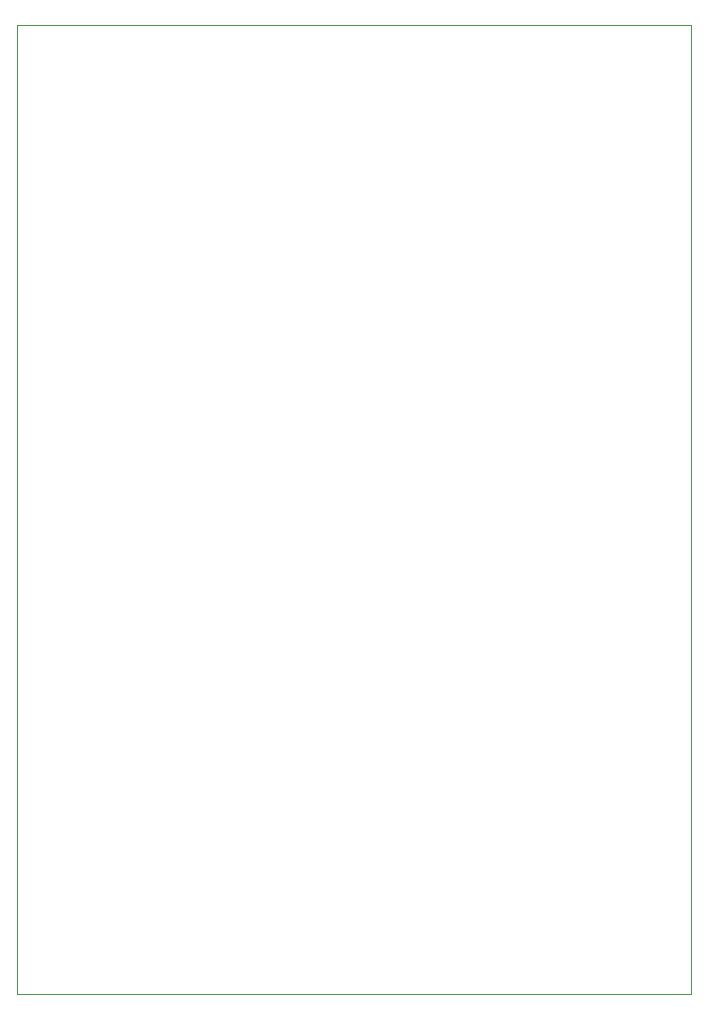
<source format=gbr>
%TF.GenerationSoftware,Altium Limited,Altium Designer,21.4.1 (30)*%
G04 Layer_Color=0*
%FSLAX44Y44*%
%MOMM*%
%TF.SameCoordinates,EB49FF53-C53B-41EF-AC46-A12079E47AB4*%
%TF.FilePolarity,Positive*%
%TF.FileFunction,Profile,NP*%
%TF.Part,Single*%
G01*
G75*
%TA.AperFunction,Profile*%
%ADD63C,0.0254*%
D63*
X0Y0D02*
X570230D01*
Y820420D01*
X0D01*
Y0D01*
%TF.MD5,7173e0f74d30f2971b8515694f07d9a4*%
M02*

</source>
